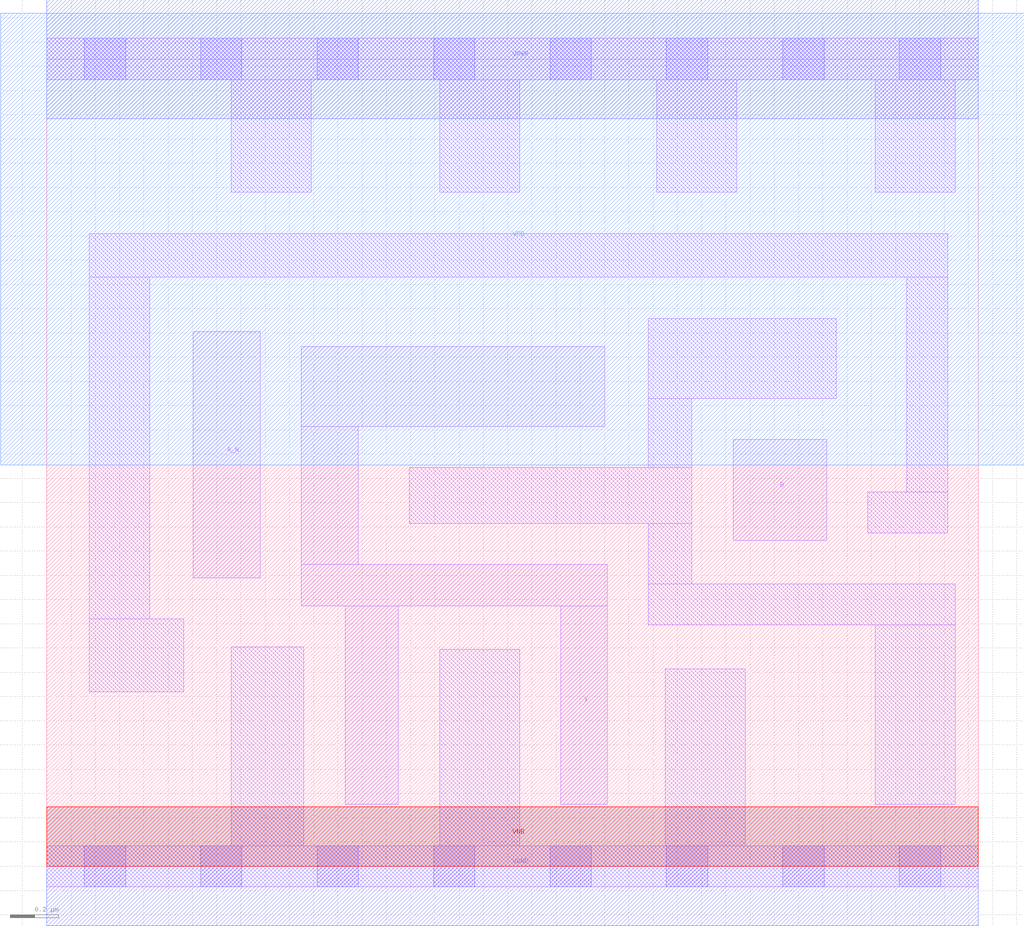
<source format=lef>
# Copyright 2020 The SkyWater PDK Authors
#
# Licensed under the Apache License, Version 2.0 (the "License");
# you may not use this file except in compliance with the License.
# You may obtain a copy of the License at
#
#     https://www.apache.org/licenses/LICENSE-2.0
#
# Unless required by applicable law or agreed to in writing, software
# distributed under the License is distributed on an "AS IS" BASIS,
# WITHOUT WARRANTIES OR CONDITIONS OF ANY KIND, either express or implied.
# See the License for the specific language governing permissions and
# limitations under the License.
#
# SPDX-License-Identifier: Apache-2.0

VERSION 5.7 ;
  NOWIREEXTENSIONATPIN ON ;
  DIVIDERCHAR "/" ;
  BUSBITCHARS "[]" ;
MACRO sky130_fd_sc_lp__and2b_4
  CLASS CORE ;
  FOREIGN sky130_fd_sc_lp__and2b_4 ;
  ORIGIN  0.000000  0.000000 ;
  SIZE  3.840000 BY  3.330000 ;
  SYMMETRY X Y R90 ;
  SITE unit ;
  PIN A_N
    ANTENNAGATEAREA  0.126000 ;
    DIRECTION INPUT ;
    USE SIGNAL ;
    PORT
      LAYER li1 ;
        RECT 0.605000 1.190000 0.880000 2.205000 ;
    END
  END A_N
  PIN B
    ANTENNAGATEAREA  0.315000 ;
    DIRECTION INPUT ;
    USE SIGNAL ;
    PORT
      LAYER li1 ;
        RECT 2.830000 1.345000 3.215000 1.760000 ;
    END
  END B
  PIN X
    ANTENNADIFFAREA  1.176000 ;
    DIRECTION OUTPUT ;
    USE SIGNAL ;
    PORT
      LAYER li1 ;
        RECT 1.050000 1.075000 2.310000 1.245000 ;
        RECT 1.050000 1.245000 1.285000 1.815000 ;
        RECT 1.050000 1.815000 2.300000 2.145000 ;
        RECT 1.230000 0.255000 1.450000 1.075000 ;
        RECT 2.120000 0.255000 2.310000 1.075000 ;
    END
  END X
  PIN VGND
    DIRECTION INOUT ;
    USE GROUND ;
    PORT
      LAYER met1 ;
        RECT 0.000000 -0.245000 3.840000 0.245000 ;
    END
  END VGND
  PIN VNB
    DIRECTION INOUT ;
    USE GROUND ;
    PORT
      LAYER pwell ;
        RECT 0.000000 0.000000 3.840000 0.245000 ;
    END
  END VNB
  PIN VPB
    DIRECTION INOUT ;
    USE POWER ;
    PORT
      LAYER nwell ;
        RECT -0.190000 1.655000 4.030000 3.520000 ;
    END
  END VPB
  PIN VPWR
    DIRECTION INOUT ;
    USE POWER ;
    PORT
      LAYER met1 ;
        RECT 0.000000 3.085000 3.840000 3.575000 ;
    END
  END VPWR
  OBS
    LAYER li1 ;
      RECT 0.000000 -0.085000 3.840000 0.085000 ;
      RECT 0.000000  3.245000 3.840000 3.415000 ;
      RECT 0.175000  0.720000 0.565000 1.020000 ;
      RECT 0.175000  1.020000 0.425000 2.430000 ;
      RECT 0.175000  2.430000 3.715000 2.610000 ;
      RECT 0.760000  0.085000 1.060000 0.905000 ;
      RECT 0.760000  2.780000 1.090000 3.245000 ;
      RECT 1.495000  1.415000 2.660000 1.645000 ;
      RECT 1.620000  0.085000 1.950000 0.895000 ;
      RECT 1.620000  2.780000 1.950000 3.245000 ;
      RECT 2.480000  0.995000 3.745000 1.165000 ;
      RECT 2.480000  1.165000 2.660000 1.415000 ;
      RECT 2.480000  1.645000 2.660000 1.930000 ;
      RECT 2.480000  1.930000 3.255000 2.260000 ;
      RECT 2.515000  2.780000 2.845000 3.245000 ;
      RECT 2.550000  0.085000 2.880000 0.815000 ;
      RECT 3.385000  1.375000 3.715000 1.545000 ;
      RECT 3.415000  0.255000 3.745000 0.995000 ;
      RECT 3.415000  2.780000 3.745000 3.245000 ;
      RECT 3.545000  1.545000 3.715000 2.430000 ;
    LAYER mcon ;
      RECT 0.155000 -0.085000 0.325000 0.085000 ;
      RECT 0.155000  3.245000 0.325000 3.415000 ;
      RECT 0.635000 -0.085000 0.805000 0.085000 ;
      RECT 0.635000  3.245000 0.805000 3.415000 ;
      RECT 1.115000 -0.085000 1.285000 0.085000 ;
      RECT 1.115000  3.245000 1.285000 3.415000 ;
      RECT 1.595000 -0.085000 1.765000 0.085000 ;
      RECT 1.595000  3.245000 1.765000 3.415000 ;
      RECT 2.075000 -0.085000 2.245000 0.085000 ;
      RECT 2.075000  3.245000 2.245000 3.415000 ;
      RECT 2.555000 -0.085000 2.725000 0.085000 ;
      RECT 2.555000  3.245000 2.725000 3.415000 ;
      RECT 3.035000 -0.085000 3.205000 0.085000 ;
      RECT 3.035000  3.245000 3.205000 3.415000 ;
      RECT 3.515000 -0.085000 3.685000 0.085000 ;
      RECT 3.515000  3.245000 3.685000 3.415000 ;
  END
END sky130_fd_sc_lp__and2b_4
END LIBRARY

</source>
